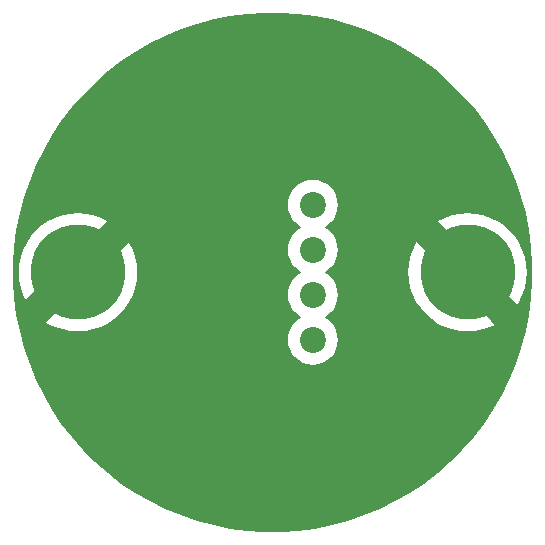
<source format=gtl>
G04*
G04 #@! TF.GenerationSoftware,Altium Limited,Altium Designer,20.1.8 (145)*
G04*
G04 Layer_Physical_Order=1*
G04 Layer_Color=255*
%FSTAX43Y43*%
%MOMM*%
G71*
G04*
G04 #@! TF.SameCoordinates,0318B61A-49BA-4F8C-BAE3-27BA42813BB3*
G04*
G04*
G04 #@! TF.FilePolarity,Positive*
G04*
G01*
G75*
%ADD13C,2.500*%
%ADD14C,2.200*%
%ADD15C,8.000*%
G36*
X0097157Y0096897D02*
X0098584Y0096709D01*
X0099996Y0096428D01*
X0101387Y0096055D01*
X010275Y0095593D01*
X0104081Y0095042D01*
X0105372Y0094405D01*
X0106619Y0093685D01*
X0107816Y0092885D01*
X0108958Y0092008D01*
X0110041Y0091059D01*
X0111059Y0090041D01*
X0112008Y0088958D01*
X0112885Y0087816D01*
X0113685Y0086619D01*
X0114405Y0085372D01*
X0115042Y0084081D01*
X0115593Y008275D01*
X0116055Y0081387D01*
X0116428Y0079996D01*
X0116709Y0078584D01*
X0116897Y0077157D01*
X0116991Y007572D01*
Y0075D01*
Y007428D01*
X0116897Y0072843D01*
X0116709Y0071416D01*
X0116428Y0070004D01*
X0116055Y0068613D01*
X0115593Y0067249D01*
X0115042Y0065919D01*
X0114405Y0064628D01*
X0113685Y0063381D01*
X0112885Y0062184D01*
X0112008Y0061042D01*
X0111059Y0059959D01*
X0110041Y0058941D01*
X0108958Y0057992D01*
X0107816Y0057115D01*
X0106619Y0056315D01*
X0105372Y0055595D01*
X0104081Y0054958D01*
X010275Y0054407D01*
X0101387Y0053945D01*
X0099996Y0053572D01*
X0098584Y0053291D01*
X0097157Y0053103D01*
X009572Y0053009D01*
X009428D01*
X0092843Y0053103D01*
X0091416Y0053291D01*
X0090004Y0053572D01*
X0088613Y0053945D01*
X008725Y0054407D01*
X0085919Y0054958D01*
X0084628Y0055595D01*
X0083381Y0056315D01*
X0082184Y0057115D01*
X0081042Y0057992D01*
X0079959Y0058941D01*
X0078941Y0059959D01*
X0077992Y0061042D01*
X0077115Y0062184D01*
X0076315Y0063381D01*
X0075595Y0064628D01*
X0074958Y0065919D01*
X0074407Y0067249D01*
X0073945Y0068613D01*
X0073572Y0070004D01*
X0073291Y0071416D01*
X0073103Y0072843D01*
X0073009Y007428D01*
Y0075D01*
Y007572D01*
X0073103Y0077157D01*
X0073291Y0078584D01*
X0073572Y0079996D01*
X0073945Y0081387D01*
X0074407Y008275D01*
X0074958Y0084081D01*
X0075595Y0085372D01*
X0076315Y0086619D01*
X0077115Y0087816D01*
X0077992Y0088958D01*
X0078941Y0090041D01*
X0079959Y0091059D01*
X0081042Y0092008D01*
X0082184Y0092885D01*
X0083381Y0093685D01*
X0084628Y0094405D01*
X0085919Y0095042D01*
X008725Y0095593D01*
X0088613Y0096055D01*
X0090004Y0096428D01*
X0091416Y0096709D01*
X0092843Y0096897D01*
X009428Y0096991D01*
X009572D01*
X0097157Y0096897D01*
D02*
G37*
%LPC*%
G36*
X01115Y0080011D02*
X0110846Y0079968D01*
X0110203Y007984D01*
X0109582Y0079629D01*
X0108995Y0079339D01*
X010845Y0078975D01*
X0107957Y0078543D01*
X0107525Y007805D01*
X0107161Y0077505D01*
X0106871Y0076918D01*
X010666Y0076297D01*
X0106532Y0075654D01*
X0106489Y0075D01*
X0106532Y0074346D01*
X010666Y0073703D01*
X0106871Y0073082D01*
X0107161Y0072495D01*
X0107525Y007195D01*
X0107957Y0071457D01*
X010845Y0071025D01*
X0108995Y0070661D01*
X0109582Y0070371D01*
X0110203Y007016D01*
X0110846Y0070032D01*
X01115Y0069989D01*
X0112154Y0070032D01*
X0112797Y007016D01*
X0113418Y0070371D01*
X0114005Y0070661D01*
X011455Y0071025D01*
X0115043Y0071457D01*
X0115475Y007195D01*
X0115839Y0072495D01*
X0116129Y0073082D01*
X011634Y0073703D01*
X0116468Y0074346D01*
X0116511Y0075D01*
X0116468Y0075654D01*
X011634Y0076297D01*
X0116129Y0076918D01*
X0115839Y0077505D01*
X0115475Y007805D01*
X0115043Y0078543D01*
X011455Y0078975D01*
X0114005Y0079339D01*
X0113418Y0079629D01*
X0112797Y007984D01*
X0112154Y0079968D01*
X01115Y0080011D01*
D02*
G37*
G36*
X00785D02*
X0077846Y0079968D01*
X0077203Y007984D01*
X0076582Y0079629D01*
X0075995Y0079339D01*
X007545Y0078975D01*
X0074957Y0078543D01*
X0074525Y007805D01*
X0074161Y0077505D01*
X0073871Y0076918D01*
X007366Y0076297D01*
X0073532Y0075654D01*
X0073489Y0075D01*
X0073532Y0074346D01*
X007366Y0073703D01*
X0073871Y0073082D01*
X0074161Y0072495D01*
X0074525Y007195D01*
X0074957Y0071457D01*
X007545Y0071025D01*
X0075995Y0070661D01*
X0076582Y0070371D01*
X0077203Y007016D01*
X0077846Y0070032D01*
X00785Y0069989D01*
X0079154Y0070032D01*
X0079797Y007016D01*
X0080418Y0070371D01*
X0081005Y0070661D01*
X008155Y0071025D01*
X0082043Y0071457D01*
X0082475Y007195D01*
X0082839Y0072495D01*
X0083129Y0073082D01*
X008334Y0073703D01*
X0083468Y0074346D01*
X0083511Y0075D01*
X0083468Y0075654D01*
X008334Y0076297D01*
X0083129Y0076918D01*
X0082839Y0077505D01*
X0082475Y007805D01*
X0082043Y0078543D01*
X008155Y0078975D01*
X0081005Y0079339D01*
X0080418Y0079629D01*
X0079797Y007984D01*
X0079154Y0079968D01*
X00785Y0080011D01*
D02*
G37*
G36*
X00984Y0082825D02*
X0097988Y0082785D01*
X0097592Y0082665D01*
X0097228Y008247D01*
X0096908Y0082207D01*
X0096645Y0081887D01*
X009645Y0081523D01*
X009633Y0081127D01*
X009629Y0080715D01*
X009633Y0080303D01*
X009645Y0079907D01*
X0096645Y0079543D01*
X0096908Y0079223D01*
X0097228Y007896D01*
X009739Y0078873D01*
Y0078746D01*
X0097228Y007866D01*
X0096908Y0078397D01*
X0096645Y0078077D01*
X009645Y0077713D01*
X009633Y0077317D01*
X009629Y0076905D01*
X009633Y0076493D01*
X009645Y0076097D01*
X0096645Y0075733D01*
X0096908Y0075413D01*
X0097228Y007515D01*
X009739Y0075063D01*
Y0074937D01*
X0097228Y007485D01*
X0096908Y0074587D01*
X0096645Y0074267D01*
X009645Y0073903D01*
X009633Y0073507D01*
X009629Y0073095D01*
X009633Y0072683D01*
X009645Y0072287D01*
X0096645Y0071923D01*
X0096908Y0071603D01*
X0097228Y007134D01*
X009739Y0071254D01*
Y0071127D01*
X0097228Y007104D01*
X0096908Y0070777D01*
X0096645Y0070457D01*
X009645Y0070093D01*
X009633Y0069697D01*
X009629Y0069285D01*
X009633Y0068873D01*
X009645Y0068477D01*
X0096645Y0068113D01*
X0096908Y0067793D01*
X0097228Y006753D01*
X0097592Y0067335D01*
X0097988Y0067215D01*
X00984Y0067175D01*
X0098812Y0067215D01*
X0099208Y0067335D01*
X0099572Y006753D01*
X0099892Y0067793D01*
X0100155Y0068113D01*
X010035Y0068477D01*
X010047Y0068873D01*
X010051Y0069285D01*
X010047Y0069697D01*
X010035Y0070093D01*
X0100155Y0070457D01*
X0099892Y0070777D01*
X0099572Y007104D01*
X009941Y0071127D01*
Y0071254D01*
X0099572Y007134D01*
X0099892Y0071603D01*
X0100155Y0071923D01*
X010035Y0072287D01*
X010047Y0072683D01*
X010051Y0073095D01*
X010047Y0073507D01*
X010035Y0073903D01*
X0100155Y0074267D01*
X0099892Y0074587D01*
X0099572Y007485D01*
X009941Y0074937D01*
Y0075063D01*
X0099572Y007515D01*
X0099892Y0075413D01*
X0100155Y0075733D01*
X010035Y0076097D01*
X010047Y0076493D01*
X010051Y0076905D01*
X010047Y0077317D01*
X010035Y0077713D01*
X0100155Y0078077D01*
X0099892Y0078397D01*
X0099572Y007866D01*
X009941Y0078746D01*
Y0078873D01*
X0099572Y007896D01*
X0099892Y0079223D01*
X0100155Y0079543D01*
X010035Y0079907D01*
X010047Y0080303D01*
X010051Y0080715D01*
X010047Y0081127D01*
X010035Y0081523D01*
X0100155Y0081887D01*
X0099892Y0082207D01*
X0099572Y008247D01*
X0099208Y0082665D01*
X0098812Y0082785D01*
X00984Y0082825D01*
D02*
G37*
%LPD*%
D13*
X0074676Y00715D02*
X0079176Y0076D01*
X00795D02*
X0083176Y0079676D01*
X01115Y0074676D02*
X0115176Y0071D01*
X01115Y0074676D02*
Y0075D01*
X0107Y00795D02*
X01115Y0075D01*
D14*
X00984Y0080715D02*
D03*
Y0076905D02*
D03*
Y0073095D02*
D03*
Y0069285D02*
D03*
D15*
X01115Y0075D02*
D03*
X00785D02*
D03*
M02*

</source>
